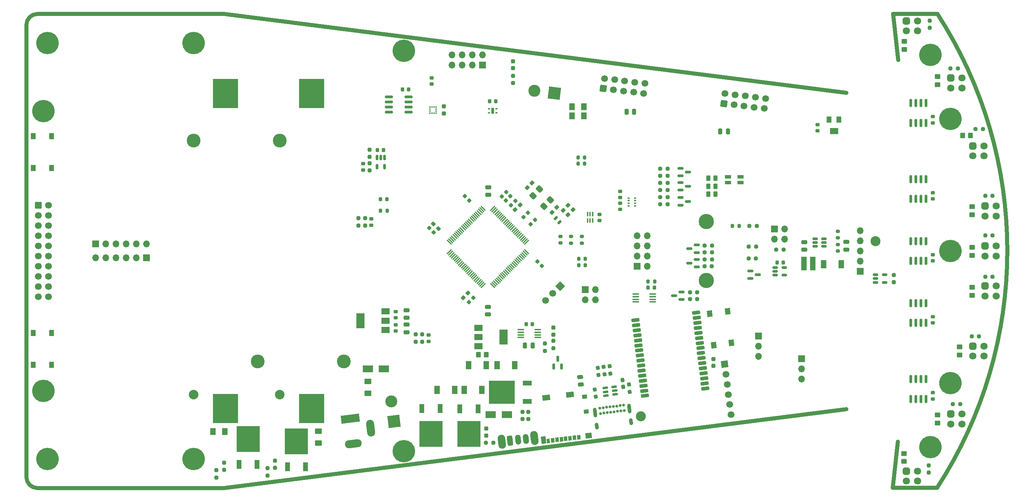
<source format=gbr>
%TF.GenerationSoftware,KiCad,Pcbnew,(6.0.2)*%
%TF.CreationDate,2022-08-16T13:23:33+02:00*%
%TF.ProjectId,BeamRider_MainBoard_v1,4265616d-5269-4646-9572-5f4d61696e42,rev?*%
%TF.SameCoordinates,Original*%
%TF.FileFunction,Soldermask,Top*%
%TF.FilePolarity,Negative*%
%FSLAX46Y46*%
G04 Gerber Fmt 4.6, Leading zero omitted, Abs format (unit mm)*
G04 Created by KiCad (PCBNEW (6.0.2)) date 2022-08-16 13:23:33*
%MOMM*%
%LPD*%
G01*
G04 APERTURE LIST*
G04 Aperture macros list*
%AMRoundRect*
0 Rectangle with rounded corners*
0 $1 Rounding radius*
0 $2 $3 $4 $5 $6 $7 $8 $9 X,Y pos of 4 corners*
0 Add a 4 corners polygon primitive as box body*
4,1,4,$2,$3,$4,$5,$6,$7,$8,$9,$2,$3,0*
0 Add four circle primitives for the rounded corners*
1,1,$1+$1,$2,$3*
1,1,$1+$1,$4,$5*
1,1,$1+$1,$6,$7*
1,1,$1+$1,$8,$9*
0 Add four rect primitives between the rounded corners*
20,1,$1+$1,$2,$3,$4,$5,0*
20,1,$1+$1,$4,$5,$6,$7,0*
20,1,$1+$1,$6,$7,$8,$9,0*
20,1,$1+$1,$8,$9,$2,$3,0*%
%AMHorizOval*
0 Thick line with rounded ends*
0 $1 width*
0 $2 $3 position (X,Y) of the first rounded end (center of the circle)*
0 $4 $5 position (X,Y) of the second rounded end (center of the circle)*
0 Add line between two ends*
20,1,$1,$2,$3,$4,$5,0*
0 Add two circle primitives to create the rounded ends*
1,1,$1,$2,$3*
1,1,$1,$4,$5*%
%AMRotRect*
0 Rectangle, with rotation*
0 The origin of the aperture is its center*
0 $1 length*
0 $2 width*
0 $3 Rotation angle, in degrees counterclockwise*
0 Add horizontal line*
21,1,$1,$2,0,0,$3*%
G04 Aperture macros list end*
%ADD10C,1.000000*%
%ADD11RoundRect,0.450000X-0.450000X-0.450000X0.450000X-0.450000X0.450000X0.450000X-0.450000X0.450000X0*%
%ADD12C,1.800000*%
%ADD13RoundRect,0.237500X-0.250000X-0.237500X0.250000X-0.237500X0.250000X0.237500X-0.250000X0.237500X0*%
%ADD14RoundRect,0.225000X0.017678X-0.335876X0.335876X-0.017678X-0.017678X0.335876X-0.335876X0.017678X0*%
%ADD15RoundRect,0.237500X-0.237500X0.250000X-0.237500X-0.250000X0.237500X-0.250000X0.237500X0.250000X0*%
%ADD16R,2.500000X1.800000*%
%ADD17RoundRect,0.250000X0.475000X-0.250000X0.475000X0.250000X-0.475000X0.250000X-0.475000X-0.250000X0*%
%ADD18R,1.400000X2.100000*%
%ADD19RoundRect,0.250000X0.250000X0.475000X-0.250000X0.475000X-0.250000X-0.475000X0.250000X-0.475000X0*%
%ADD20RoundRect,0.200000X0.200000X0.275000X-0.200000X0.275000X-0.200000X-0.275000X0.200000X-0.275000X0*%
%ADD21RoundRect,0.250000X-0.475000X0.250000X-0.475000X-0.250000X0.475000X-0.250000X0.475000X0.250000X0*%
%ADD22RoundRect,0.150000X0.587500X0.150000X-0.587500X0.150000X-0.587500X-0.150000X0.587500X-0.150000X0*%
%ADD23RoundRect,0.150000X-0.150000X0.825000X-0.150000X-0.825000X0.150000X-0.825000X0.150000X0.825000X0*%
%ADD24RoundRect,0.200000X-0.200000X-0.275000X0.200000X-0.275000X0.200000X0.275000X-0.200000X0.275000X0*%
%ADD25RoundRect,0.237500X-0.237500X0.287500X-0.237500X-0.287500X0.237500X-0.287500X0.237500X0.287500X0*%
%ADD26RoundRect,0.250000X-0.350000X-0.450000X0.350000X-0.450000X0.350000X0.450000X-0.350000X0.450000X0*%
%ADD27R,1.200000X2.200000*%
%ADD28R,5.800000X6.400000*%
%ADD29HorizOval,1.900000X-0.097495X0.794037X0.097495X-0.794037X0*%
%ADD30RoundRect,0.350000X-0.237709X-0.935946X0.457074X-0.850637X0.237709X0.935946X-0.457074X0.850637X0*%
%ADD31HorizOval,1.400000X-0.067028X0.545900X0.067028X-0.545900X0*%
%ADD32RoundRect,0.100000X-0.712500X-0.100000X0.712500X-0.100000X0.712500X0.100000X-0.712500X0.100000X0*%
%ADD33RoundRect,0.250000X0.450000X-0.350000X0.450000X0.350000X-0.450000X0.350000X-0.450000X-0.350000X0*%
%ADD34RoundRect,0.237500X0.044194X0.380070X-0.380070X-0.044194X-0.044194X-0.380070X0.380070X0.044194X0*%
%ADD35RoundRect,0.237500X-0.272291X0.268820X-0.199169X-0.326708X0.272291X-0.268820X0.199169X0.326708X0*%
%ADD36RoundRect,0.250001X-0.624999X0.462499X-0.624999X-0.462499X0.624999X-0.462499X0.624999X0.462499X0*%
%ADD37RoundRect,0.087500X-0.187500X-0.087500X0.187500X-0.087500X0.187500X0.087500X-0.187500X0.087500X0*%
%ADD38RoundRect,0.175000X-0.175000X-0.625000X0.175000X-0.625000X0.175000X0.625000X-0.175000X0.625000X0*%
%ADD39RoundRect,0.225000X0.225000X0.250000X-0.225000X0.250000X-0.225000X-0.250000X0.225000X-0.250000X0*%
%ADD40RoundRect,0.250000X-0.250000X-0.475000X0.250000X-0.475000X0.250000X0.475000X-0.250000X0.475000X0*%
%ADD41RoundRect,0.237500X0.266197X-0.219193X0.205262X0.277081X-0.266197X0.219193X-0.205262X-0.277081X0*%
%ADD42RoundRect,0.250000X-0.450000X0.350000X-0.450000X-0.350000X0.450000X-0.350000X0.450000X0.350000X0*%
%ADD43RoundRect,0.200000X-0.275000X0.200000X-0.275000X-0.200000X0.275000X-0.200000X0.275000X0.200000X0*%
%ADD44RoundRect,0.250000X-0.262500X-0.450000X0.262500X-0.450000X0.262500X0.450000X-0.262500X0.450000X0*%
%ADD45RoundRect,0.237500X-0.237500X0.300000X-0.237500X-0.300000X0.237500X-0.300000X0.237500X0.300000X0*%
%ADD46RoundRect,0.225000X-0.250000X0.225000X-0.250000X-0.225000X0.250000X-0.225000X0.250000X0.225000X0*%
%ADD47RoundRect,0.200000X0.275000X-0.200000X0.275000X0.200000X-0.275000X0.200000X-0.275000X-0.200000X0*%
%ADD48RoundRect,0.250001X0.462499X0.624999X-0.462499X0.624999X-0.462499X-0.624999X0.462499X-0.624999X0*%
%ADD49RoundRect,0.250000X0.522406X-0.668649X0.668649X0.522406X-0.522406X0.668649X-0.668649X-0.522406X0*%
%ADD50C,1.700000*%
%ADD51R,1.700000X1.700000*%
%ADD52O,1.700000X1.700000*%
%ADD53RoundRect,0.350000X0.565685X-0.070711X-0.070711X0.565685X-0.565685X0.070711X0.070711X-0.565685X0*%
%ADD54RoundRect,0.237500X0.250000X0.237500X-0.250000X0.237500X-0.250000X-0.237500X0.250000X-0.237500X0*%
%ADD55RoundRect,0.237500X0.237500X-0.300000X0.237500X0.300000X-0.237500X0.300000X-0.237500X-0.300000X0*%
%ADD56RoundRect,0.237500X0.237500X-0.250000X0.237500X0.250000X-0.237500X0.250000X-0.237500X-0.250000X0*%
%ADD57C,5.600000*%
%ADD58RoundRect,0.225000X0.250000X-0.225000X0.250000X0.225000X-0.250000X0.225000X-0.250000X-0.225000X0*%
%ADD59R,1.300000X1.550000*%
%ADD60RoundRect,0.150000X-0.512500X-0.150000X0.512500X-0.150000X0.512500X0.150000X-0.512500X0.150000X0*%
%ADD61RoundRect,0.237500X-0.044194X-0.380070X0.380070X0.044194X0.044194X0.380070X-0.380070X-0.044194X0*%
%ADD62R,1.300000X1.600000*%
%ADD63R,2.000000X1.600000*%
%ADD64RotRect,3.000000X3.000000X173.000000*%
%ADD65C,3.000000*%
%ADD66RotRect,3.000000X3.000000X97.000000*%
%ADD67RoundRect,0.237500X-0.380070X0.044194X0.044194X-0.380070X0.380070X-0.044194X-0.044194X0.380070X0*%
%ADD68R,2.000000X1.500000*%
%ADD69R,2.000000X3.800000*%
%ADD70RoundRect,0.250000X-0.600000X-0.600000X0.600000X-0.600000X0.600000X0.600000X-0.600000X0.600000X0*%
%ADD71C,0.700000*%
%ADD72HorizOval,0.900000X-0.091402X0.744410X0.091402X-0.744410X0*%
%ADD73HorizOval,0.900000X-0.048748X0.397018X0.048748X-0.397018X0*%
%ADD74RotRect,0.850000X1.100000X187.000000*%
%ADD75RotRect,0.750000X1.100000X187.000000*%
%ADD76RotRect,1.200000X1.000000X187.000000*%
%ADD77RotRect,1.170000X1.800000X187.000000*%
%ADD78RotRect,1.900000X1.350000X187.000000*%
%ADD79RotRect,1.550000X1.350000X187.000000*%
%ADD80RotRect,1.700000X1.700000X7.000000*%
%ADD81HorizOval,1.700000X0.000000X0.000000X0.000000X0.000000X0*%
%ADD82R,0.500000X0.350000*%
%ADD83RoundRect,0.225000X-0.335876X-0.017678X-0.017678X-0.335876X0.335876X0.017678X0.017678X0.335876X0*%
%ADD84RotRect,1.700000X1.700000X315.000000*%
%ADD85HorizOval,1.700000X0.000000X0.000000X0.000000X0.000000X0*%
%ADD86R,1.350000X3.400000*%
%ADD87C,3.800000*%
%ADD88RoundRect,0.150000X-0.388909X-0.176777X-0.176777X-0.388909X0.388909X0.176777X0.176777X0.388909X0*%
%ADD89RoundRect,0.225000X-0.225000X-0.250000X0.225000X-0.250000X0.225000X0.250000X-0.225000X0.250000X0*%
%ADD90RoundRect,0.225000X-0.017678X0.335876X-0.335876X0.017678X0.017678X-0.335876X0.335876X-0.017678X0*%
%ADD91RoundRect,0.150000X-0.150000X0.512500X-0.150000X-0.512500X0.150000X-0.512500X0.150000X0.512500X0*%
%ADD92RoundRect,0.225000X0.741803X0.317772X-0.796644X0.128874X-0.741803X-0.317772X0.796644X-0.128874X0*%
%ADD93RoundRect,0.225000X0.335876X0.017678X0.017678X0.335876X-0.335876X-0.017678X-0.017678X-0.335876X0*%
%ADD94C,3.450000*%
%ADD95C,2.390000*%
%ADD96R,6.350000X7.340000*%
%ADD97C,2.500000*%
%ADD98RoundRect,0.150000X-0.490400X-0.211340X0.526960X-0.086424X0.490400X0.211340X-0.526960X0.086424X0*%
%ADD99RoundRect,0.150000X-0.587500X-0.150000X0.587500X-0.150000X0.587500X0.150000X-0.587500X0.150000X0*%
%ADD100RoundRect,0.237500X-0.266197X0.219193X-0.205262X-0.277081X0.266197X-0.219193X0.205262X0.277081X0*%
%ADD101R,0.375000X0.350000*%
%ADD102R,0.350000X0.375000*%
%ADD103RoundRect,0.250001X-0.462499X-0.624999X0.462499X-0.624999X0.462499X0.624999X-0.462499X0.624999X0*%
%ADD104RoundRect,0.150000X0.150000X-0.587500X0.150000X0.587500X-0.150000X0.587500X-0.150000X-0.587500X0*%
%ADD105RoundRect,0.250000X-0.501927X0.190249X-0.440992X-0.306024X0.501927X-0.190249X0.440992X0.306024X0*%
%ADD106RoundRect,0.150000X0.512500X0.150000X-0.512500X0.150000X-0.512500X-0.150000X0.512500X-0.150000X0*%
%ADD107RoundRect,0.075000X0.075000X-0.512500X0.075000X0.512500X-0.075000X0.512500X-0.075000X-0.512500X0*%
%ADD108R,2.200000X1.200000*%
%ADD109R,6.400000X5.800000*%
%ADD110RotRect,4.600000X2.000000X7.000000*%
%ADD111HorizOval,2.000000X1.091801X0.134056X-1.091801X-0.134056X0*%
%ADD112HorizOval,2.000000X-0.134056X1.091801X0.134056X-1.091801X0*%
%ADD113RoundRect,0.075000X0.459619X0.565685X-0.565685X-0.459619X-0.459619X-0.565685X0.565685X0.459619X0*%
%ADD114RoundRect,0.075000X-0.459619X0.565685X-0.565685X0.459619X0.459619X-0.565685X0.565685X-0.459619X0*%
%ADD115RotRect,1.550000X1.300000X97.000000*%
%ADD116RoundRect,0.150000X-0.825000X-0.150000X0.825000X-0.150000X0.825000X0.150000X-0.825000X0.150000X0*%
%ADD117R,1.500000X0.900000*%
G04 APERTURE END LIST*
D10*
X71500000Y-141750000D02*
X227000000Y-122000000D01*
X71500000Y-23250000D02*
X25000000Y-23250000D01*
X22250000Y-26000000D02*
X22250000Y-139000000D01*
X249744087Y-23239346D02*
X238705217Y-23239965D01*
X249655925Y-141691642D02*
X238617055Y-141692261D01*
X249655925Y-141691642D02*
G75*
G03*
X249749646Y-23248233I-91495962J59294140D01*
G01*
X239983391Y-34725336D02*
X238700800Y-23231308D01*
X71500000Y-23250000D02*
X227000000Y-43000000D01*
X25000000Y-23250000D02*
G75*
G03*
X22250000Y-26000000I2J-2750002D01*
G01*
X238617409Y-141694028D02*
X239900000Y-130200000D01*
X22250000Y-139000000D02*
G75*
G03*
X25000000Y-141750000I2750002J2D01*
G01*
X71500000Y-141750000D02*
X25000000Y-141750000D01*
D11*
%TO.C,U4*%
X258600000Y-106250000D03*
D12*
X258600000Y-108750000D03*
X261400000Y-108750000D03*
X261400000Y-106250000D03*
%TD*%
D13*
%TO.C,R90*%
X252987500Y-36900000D03*
X254812500Y-36900000D03*
%TD*%
D14*
%TO.C,C57*%
X143251992Y-71048008D03*
X144348008Y-69951992D03*
%TD*%
D15*
%TO.C,R20*%
X107910000Y-57145000D03*
X107910000Y-58970000D03*
%TD*%
D16*
%TO.C,D5*%
X107500000Y-112000000D03*
X111500000Y-112000000D03*
%TD*%
D17*
%TO.C,C34*%
X227000000Y-82150000D03*
X227000000Y-80250000D03*
%TD*%
D13*
%TO.C,R96*%
X202587500Y-84400000D03*
X204412500Y-84400000D03*
%TD*%
D11*
%TO.C,U5*%
X258600000Y-56250000D03*
D12*
X258600000Y-58750000D03*
X261400000Y-58750000D03*
X261400000Y-56250000D03*
%TD*%
D15*
%TO.C,R120*%
X143760000Y-38695000D03*
X143760000Y-40520000D03*
%TD*%
D18*
%TO.C,D9*%
X131600000Y-117200000D03*
X136000000Y-117200000D03*
%TD*%
D19*
%TO.C,C64*%
X174000000Y-47700000D03*
X172100000Y-47700000D03*
%TD*%
D20*
%TO.C,R1*%
X179125000Y-90100000D03*
X177475000Y-90100000D03*
%TD*%
D21*
%TO.C,C32*%
X216500000Y-80300000D03*
X216500000Y-82200000D03*
%TD*%
D22*
%TO.C,Q11*%
X189637500Y-86500000D03*
X189637500Y-84600000D03*
X187762500Y-85550000D03*
%TD*%
D18*
%TO.C,D8*%
X137050000Y-111050000D03*
X132650000Y-111050000D03*
%TD*%
D13*
%TO.C,R80*%
X261687500Y-88900000D03*
X263512500Y-88900000D03*
%TD*%
D23*
%TO.C,U19*%
X246905000Y-64525000D03*
X245635000Y-64525000D03*
X244365000Y-64525000D03*
X243095000Y-64525000D03*
X243095000Y-69475000D03*
X244365000Y-69475000D03*
X245635000Y-69475000D03*
X246905000Y-69475000D03*
%TD*%
D24*
%TO.C,R107*%
X159975000Y-59100000D03*
X161625000Y-59100000D03*
%TD*%
D22*
%TO.C,Q10*%
X185837500Y-94650000D03*
X185837500Y-92750000D03*
X183962500Y-93700000D03*
%TD*%
D25*
%TO.C,D6*%
X153800000Y-101675000D03*
X153800000Y-103425000D03*
%TD*%
D23*
%TO.C,U16*%
X246905000Y-80025000D03*
X245635000Y-80025000D03*
X244365000Y-80025000D03*
X243095000Y-80025000D03*
X243095000Y-84975000D03*
X244365000Y-84975000D03*
X245635000Y-84975000D03*
X246905000Y-84975000D03*
%TD*%
D26*
%TO.C,R85*%
X256000000Y-53600000D03*
X258000000Y-53600000D03*
%TD*%
D27*
%TO.C,Q3*%
X125580000Y-121900000D03*
D28*
X123300000Y-128200000D03*
D27*
X121020000Y-121900000D03*
%TD*%
D29*
%TO.C,SW2*%
X149069440Y-129200336D03*
X140930561Y-130199665D03*
D30*
X143014908Y-129943739D03*
D31*
X145000000Y-129700000D03*
X146985093Y-129456262D03*
%TD*%
D13*
%TO.C,R82*%
X261687500Y-68700000D03*
X263512500Y-68700000D03*
%TD*%
D27*
%TO.C,Q1*%
X87420000Y-136400000D03*
D28*
X89700000Y-130100000D03*
D27*
X91980000Y-136400000D03*
%TD*%
D15*
%TO.C,R2*%
X84300000Y-134887500D03*
X84300000Y-136712500D03*
%TD*%
D32*
%TO.C,U13*%
X145687500Y-102175000D03*
X145687500Y-102825000D03*
X145687500Y-103475000D03*
X145687500Y-104125000D03*
X149912500Y-104125000D03*
X149912500Y-103475000D03*
X149912500Y-102825000D03*
X149912500Y-102175000D03*
%TD*%
D23*
%TO.C,U17*%
X246905000Y-95525000D03*
X245635000Y-95525000D03*
X244365000Y-95525000D03*
X243095000Y-95525000D03*
X243095000Y-100475000D03*
X244365000Y-100475000D03*
X245635000Y-100475000D03*
X246905000Y-100475000D03*
%TD*%
D15*
%TO.C,R19*%
X147600000Y-122675000D03*
X147600000Y-124500000D03*
%TD*%
D33*
%TO.C,R89*%
X249800000Y-40900000D03*
X249800000Y-38900000D03*
%TD*%
D34*
%TO.C,C17*%
X148509880Y-65490120D03*
X147290120Y-66709880D03*
%TD*%
D21*
%TO.C,C61*%
X137500000Y-96450000D03*
X137500000Y-98350000D03*
%TD*%
D35*
%TO.C,C12*%
X171094888Y-114743929D03*
X171305112Y-116456071D03*
%TD*%
D36*
%TO.C,F3*%
X107500000Y-115112500D03*
X107500000Y-118087500D03*
%TD*%
D13*
%TO.C,R95*%
X202637500Y-81400000D03*
X204462500Y-81400000D03*
%TD*%
D37*
%TO.C,U24*%
X137775000Y-46950000D03*
X137775000Y-47950000D03*
X139625000Y-47950000D03*
X139625000Y-46950000D03*
D38*
X138700000Y-47450000D03*
%TD*%
D39*
%TO.C,C36*%
X139475000Y-45100000D03*
X137925000Y-45100000D03*
%TD*%
D20*
%TO.C,R104*%
X200225000Y-76250000D03*
X198575000Y-76250000D03*
%TD*%
D40*
%TO.C,C10*%
X146750000Y-106150000D03*
X148650000Y-106150000D03*
%TD*%
D41*
%TO.C,R25*%
X166606971Y-113289177D03*
X166384559Y-111477781D03*
%TD*%
D42*
%TO.C,R91*%
X241400000Y-133100000D03*
X241400000Y-135100000D03*
%TD*%
D43*
%TO.C,R98*%
X158250000Y-78875000D03*
X158250000Y-80525000D03*
%TD*%
D15*
%TO.C,R4*%
X82500000Y-136787500D03*
X82500000Y-138612500D03*
%TD*%
D11*
%TO.C,U6*%
X253100000Y-123250000D03*
D12*
X253100000Y-125750000D03*
X255900000Y-125750000D03*
X255900000Y-123250000D03*
%TD*%
D44*
%TO.C,R69*%
X192487500Y-68300000D03*
X194312500Y-68300000D03*
%TD*%
D45*
%TO.C,C63*%
X193800000Y-109500000D03*
X193800000Y-111225000D03*
%TD*%
D33*
%TO.C,R77*%
X258400000Y-83600000D03*
X258400000Y-81600000D03*
%TD*%
D46*
%TO.C,C38*%
X170500000Y-67575000D03*
X170500000Y-69125000D03*
%TD*%
D47*
%TO.C,R106*%
X224900000Y-79225000D03*
X224900000Y-77575000D03*
%TD*%
D48*
%TO.C,F4*%
X161437500Y-46400000D03*
X158462500Y-46400000D03*
%TD*%
D14*
%TO.C,C59*%
X148151992Y-75848008D03*
X149248008Y-74751992D03*
%TD*%
D49*
%TO.C,J12*%
X196403092Y-45641437D03*
D50*
X196712640Y-43120370D03*
X198924159Y-45950985D03*
X199233707Y-43429918D03*
X201445226Y-46260533D03*
X201754775Y-43739466D03*
X203966294Y-46570081D03*
X204275842Y-44049014D03*
X206487361Y-46879630D03*
X206796909Y-44358562D03*
%TD*%
D51*
%TO.C,J16*%
X52200000Y-84200000D03*
D52*
X49660000Y-84200000D03*
X47120000Y-84200000D03*
X44580000Y-84200000D03*
X42040000Y-84200000D03*
X39500000Y-84200000D03*
%TD*%
D13*
%TO.C,R70*%
X180537500Y-69060000D03*
X182362500Y-69060000D03*
%TD*%
D11*
%TO.C,U9*%
X242000000Y-25000000D03*
D12*
X242000000Y-27500000D03*
X244800000Y-27500000D03*
X244800000Y-25000000D03*
%TD*%
D20*
%TO.C,R101*%
X161825000Y-84450000D03*
X160175000Y-84450000D03*
%TD*%
D13*
%TO.C,R99*%
X209487500Y-82200000D03*
X211312500Y-82200000D03*
%TD*%
D53*
%TO.C,Y1*%
X148743325Y-68669670D03*
X151430331Y-71356676D03*
X153056676Y-69730330D03*
X150369671Y-67043324D03*
%TD*%
D16*
%TO.C,D11*%
X142200000Y-123400000D03*
X138200000Y-123400000D03*
%TD*%
D54*
%TO.C,R62*%
X193462500Y-82800000D03*
X191637500Y-82800000D03*
%TD*%
D55*
%TO.C,C39*%
X126450000Y-48112500D03*
X126450000Y-46387500D03*
%TD*%
D56*
%TO.C,R15*%
X151700000Y-107462500D03*
X151700000Y-105637500D03*
%TD*%
D57*
%TO.C,H7*%
X64000000Y-134500000D03*
%TD*%
D11*
%TO.C,U8*%
X242000000Y-137500000D03*
D12*
X242000000Y-140000000D03*
X244800000Y-140000000D03*
X244800000Y-137500000D03*
%TD*%
D39*
%TO.C,C9*%
X148625000Y-100750000D03*
X147075000Y-100750000D03*
%TD*%
D57*
%TO.C,H2*%
X64000000Y-30500000D03*
%TD*%
D56*
%TO.C,R76*%
X238800000Y-90312500D03*
X238800000Y-88487500D03*
%TD*%
D58*
%TO.C,C29*%
X248600000Y-50475000D03*
X248600000Y-48925000D03*
%TD*%
D59*
%TO.C,SW3*%
X28500000Y-103025000D03*
X28500000Y-110975000D03*
X24000000Y-110975000D03*
X24000000Y-103025000D03*
%TD*%
D57*
%TO.C,H8*%
X27500000Y-134500000D03*
%TD*%
D13*
%TO.C,R66*%
X180537500Y-67270000D03*
X182362500Y-67270000D03*
%TD*%
D33*
%TO.C,R81*%
X258400000Y-73400000D03*
X258400000Y-71400000D03*
%TD*%
D44*
%TO.C,R67*%
X192487500Y-64300000D03*
X194312500Y-64300000D03*
%TD*%
D60*
%TO.C,U21*%
X209212500Y-86650000D03*
X209212500Y-87600000D03*
X209212500Y-88550000D03*
X211487500Y-88550000D03*
X211487500Y-86650000D03*
%TD*%
D51*
%TO.C,J18*%
X205100000Y-103725000D03*
D52*
X205100000Y-106265000D03*
X205100000Y-108805000D03*
%TD*%
D57*
%TO.C,H12*%
X253000000Y-82500000D03*
%TD*%
D24*
%TO.C,R119*%
X110625000Y-69550000D03*
X112275000Y-69550000D03*
%TD*%
D61*
%TO.C,C23*%
X156290120Y-72309880D03*
X157509880Y-71090120D03*
%TD*%
D62*
%TO.C,RV1*%
X225150000Y-49650000D03*
D63*
X223900000Y-52550000D03*
D62*
X222650000Y-49650000D03*
%TD*%
D18*
%TO.C,D10*%
X139750000Y-111050000D03*
X144150000Y-111050000D03*
%TD*%
D61*
%TO.C,C1*%
X144290120Y-72209880D03*
X145509880Y-70990120D03*
%TD*%
D58*
%TO.C,C28*%
X248600000Y-69475000D03*
X248600000Y-67925000D03*
%TD*%
D61*
%TO.C,C22*%
X157490120Y-73409880D03*
X158709880Y-72190120D03*
%TD*%
D54*
%TO.C,R59*%
X193462500Y-81150000D03*
X191637500Y-81150000D03*
%TD*%
D64*
%TO.C,J2*%
X154121068Y-43059548D03*
D65*
X149078934Y-42440452D03*
%TD*%
D22*
%TO.C,Q12*%
X189637500Y-82900000D03*
X189637500Y-81000000D03*
X187762500Y-81950000D03*
%TD*%
D66*
%TO.C,J3*%
X114009548Y-125121068D03*
D65*
X113390452Y-120078934D03*
%TD*%
D11*
%TO.C,U1*%
X261600000Y-81250000D03*
D12*
X261600000Y-83750000D03*
X264400000Y-83750000D03*
X264400000Y-81250000D03*
%TD*%
D15*
%TO.C,R17*%
X146100000Y-122675000D03*
X146100000Y-124500000D03*
%TD*%
D67*
%TO.C,C18*%
X123890120Y-75690120D03*
X125109880Y-76909880D03*
%TD*%
D58*
%TO.C,C27*%
X248600000Y-119475000D03*
X248600000Y-117925000D03*
%TD*%
D13*
%TO.C,R86*%
X259287500Y-52000000D03*
X261112500Y-52000000D03*
%TD*%
D51*
%TO.C,J17*%
X215850000Y-109425000D03*
D52*
X215850000Y-111965000D03*
X215850000Y-114505000D03*
%TD*%
D13*
%TO.C,R78*%
X261687500Y-78600000D03*
X263512500Y-78600000D03*
%TD*%
D68*
%TO.C,U12*%
X111950000Y-102200000D03*
X111950000Y-99900000D03*
X111950000Y-97600000D03*
D69*
X105650000Y-99900000D03*
%TD*%
D58*
%TO.C,C35*%
X165350000Y-74875000D03*
X165350000Y-73325000D03*
%TD*%
D70*
%TO.C,J11*%
X25247500Y-71070000D03*
D50*
X27787500Y-71070000D03*
X25247500Y-73610000D03*
X27787500Y-73610000D03*
X25247500Y-76150000D03*
X27787500Y-76150000D03*
X25247500Y-78690000D03*
X27787500Y-78690000D03*
X25247500Y-81230000D03*
X27787500Y-81230000D03*
X25247500Y-83770000D03*
X27787500Y-83770000D03*
X25247500Y-86310000D03*
X27787500Y-86310000D03*
X25247500Y-88850000D03*
X27787500Y-88850000D03*
X25247500Y-91390000D03*
X27787500Y-91390000D03*
X25247500Y-93930000D03*
X27787500Y-93930000D03*
%TD*%
D71*
%TO.C,J4*%
X165456652Y-121767563D03*
X166300316Y-121663974D03*
X167143980Y-121560385D03*
X167987645Y-121456796D03*
X168831309Y-121353207D03*
X169674973Y-121249618D03*
X170518637Y-121146029D03*
X171362302Y-121042440D03*
X171526825Y-122382378D03*
X170683161Y-122485967D03*
X169839497Y-122589556D03*
X168995833Y-122693145D03*
X168152168Y-122796733D03*
X167308504Y-122900322D03*
X166464840Y-123003911D03*
X165621176Y-123107500D03*
D72*
X172821671Y-121850612D03*
X164236147Y-122904782D03*
D73*
X164648065Y-126259588D03*
X173233589Y-125205418D03*
%TD*%
D74*
%TO.C,J7*%
X160196044Y-129030972D03*
X159104243Y-129165028D03*
X158012442Y-129299085D03*
X156920641Y-129433141D03*
X155828841Y-129567197D03*
X154737040Y-129701254D03*
X153645239Y-129835310D03*
D75*
X152603066Y-129963273D03*
D76*
X162061906Y-122605688D03*
X161610990Y-118933267D03*
D77*
X151359431Y-129763343D03*
D78*
X152092755Y-119119637D03*
X158018256Y-118392077D03*
D79*
X162622474Y-128607105D03*
%TD*%
D58*
%TO.C,C6*%
X114500000Y-102475000D03*
X114500000Y-100925000D03*
%TD*%
D80*
%TO.C,J14*%
X196626130Y-110797332D03*
D81*
X196935678Y-113318399D03*
X197245226Y-115839466D03*
X197554774Y-118360534D03*
X197864323Y-120881601D03*
X198173871Y-123402668D03*
%TD*%
D82*
%TO.C,U25*%
X174250000Y-69275000D03*
X174250000Y-69925000D03*
X174250000Y-70575000D03*
X174250000Y-71225000D03*
X172650000Y-71225000D03*
X172650000Y-70575000D03*
X172650000Y-69925000D03*
X172650000Y-69275000D03*
%TD*%
D51*
%TO.C,J6*%
X209025000Y-76975000D03*
D52*
X211565000Y-76975000D03*
X209025000Y-79515000D03*
X211565000Y-79515000D03*
%TD*%
D83*
%TO.C,C21*%
X149851992Y-85151992D03*
X150948008Y-86248008D03*
%TD*%
D33*
%TO.C,R93*%
X241500000Y-32100000D03*
X241500000Y-30100000D03*
%TD*%
D68*
%TO.C,Q6*%
X135100000Y-101700000D03*
X135100000Y-104000000D03*
D69*
X141400000Y-104000000D03*
D68*
X135100000Y-106300000D03*
%TD*%
D13*
%TO.C,R71*%
X180537500Y-70850000D03*
X182362500Y-70850000D03*
%TD*%
D43*
%TO.C,R100*%
X155600000Y-78825000D03*
X155600000Y-80475000D03*
%TD*%
D20*
%TO.C,R102*%
X161825000Y-86050000D03*
X160175000Y-86050000D03*
%TD*%
D84*
%TO.C,J5*%
X155496051Y-91303949D03*
D85*
X153700000Y-93100000D03*
X151903949Y-94896051D03*
%TD*%
D86*
%TO.C,L1*%
X216425000Y-85600000D03*
X218575000Y-85600000D03*
%TD*%
D57*
%TO.C,H14*%
X248000000Y-33500000D03*
%TD*%
D87*
%TO.C,H6*%
X192000000Y-89866000D03*
%TD*%
D49*
%TO.C,J13*%
X166303092Y-41891437D03*
D50*
X166612640Y-39370370D03*
X168824159Y-42200985D03*
X169133707Y-39679918D03*
X171345226Y-42510533D03*
X171654775Y-39989466D03*
X173866294Y-42820081D03*
X174175842Y-40299014D03*
X176387361Y-43129630D03*
X176696909Y-40608562D03*
%TD*%
D54*
%TO.C,R58*%
X193462500Y-84650000D03*
X191637500Y-84650000D03*
%TD*%
D27*
%TO.C,Q2*%
X75320000Y-135800000D03*
D28*
X77600000Y-129500000D03*
D27*
X79880000Y-135800000D03*
%TD*%
D88*
%TO.C,Y2*%
X155394975Y-75294975D03*
X154405026Y-74305026D03*
%TD*%
D11*
%TO.C,U2*%
X261600000Y-91250000D03*
D12*
X261600000Y-93750000D03*
X264400000Y-93750000D03*
X264400000Y-91250000D03*
%TD*%
D61*
%TO.C,C19*%
X131290120Y-94209880D03*
X132509880Y-92990120D03*
%TD*%
D51*
%TO.C,J19*%
X174710000Y-86300000D03*
D52*
X177250000Y-86300000D03*
X174710000Y-83760000D03*
X177250000Y-83760000D03*
X174710000Y-81220000D03*
X177250000Y-81220000D03*
X174710000Y-78680000D03*
X177250000Y-78680000D03*
%TD*%
D58*
%TO.C,C37*%
X170500000Y-72125000D03*
X170500000Y-70575000D03*
%TD*%
D89*
%TO.C,C2*%
X116175000Y-42150000D03*
X117725000Y-42150000D03*
%TD*%
D48*
%TO.C,F5*%
X161437500Y-48750000D03*
X158462500Y-48750000D03*
%TD*%
D15*
%TO.C,R5*%
X69700000Y-137287500D03*
X69700000Y-139112500D03*
%TD*%
D51*
%TO.C,J9*%
X136100000Y-36040000D03*
D52*
X136100000Y-33500000D03*
X133560000Y-36040000D03*
X133560000Y-33500000D03*
X131020000Y-36040000D03*
X131020000Y-33500000D03*
X128480000Y-36040000D03*
X128480000Y-33500000D03*
%TD*%
D57*
%TO.C,H13*%
X253000000Y-115500000D03*
%TD*%
D17*
%TO.C,C5*%
X117200000Y-102800000D03*
X117200000Y-100900000D03*
%TD*%
D13*
%TO.C,R63*%
X180537500Y-61900000D03*
X182362500Y-61900000D03*
%TD*%
D11*
%TO.C,U7*%
X253100000Y-39250000D03*
D12*
X253100000Y-41750000D03*
X255900000Y-41750000D03*
X255900000Y-39250000D03*
%TD*%
D46*
%TO.C,C11*%
X106360000Y-60682500D03*
X106360000Y-62232500D03*
%TD*%
D33*
%TO.C,R87*%
X249800000Y-125500000D03*
X249800000Y-123500000D03*
%TD*%
D13*
%TO.C,R84*%
X258287500Y-103800000D03*
X260112500Y-103800000D03*
%TD*%
D51*
%TO.C,J10*%
X161825000Y-92125000D03*
D52*
X164365000Y-92125000D03*
X161825000Y-94665000D03*
X164365000Y-94665000D03*
%TD*%
D90*
%TO.C,C53*%
X133848008Y-94151992D03*
X132751992Y-95248008D03*
%TD*%
D44*
%TO.C,R68*%
X192487500Y-66300000D03*
X194312500Y-66300000D03*
%TD*%
D24*
%TO.C,R118*%
X110675000Y-72450000D03*
X112325000Y-72450000D03*
%TD*%
D56*
%TO.C,R94*%
X247800000Y-26712500D03*
X247800000Y-24887500D03*
%TD*%
D46*
%TO.C,C33*%
X123400000Y-39225000D03*
X123400000Y-40775000D03*
%TD*%
D91*
%TO.C,U14*%
X111700000Y-59162500D03*
X110750000Y-59162500D03*
X109800000Y-59162500D03*
X109800000Y-61437500D03*
X111700000Y-61437500D03*
%TD*%
D46*
%TO.C,C14*%
X122650000Y-103525000D03*
X122650000Y-105075000D03*
%TD*%
D26*
%TO.C,R13*%
X135100000Y-108450000D03*
X137100000Y-108450000D03*
%TD*%
D92*
%TO.C,U31*%
X191791846Y-116834557D03*
X191637072Y-115574024D03*
X191482298Y-114313490D03*
X191327524Y-113052956D03*
X191172750Y-111792423D03*
X191017976Y-110531889D03*
X190863202Y-109271356D03*
X190708428Y-108010822D03*
X190553654Y-106750288D03*
X190398879Y-105489755D03*
X190244105Y-104229221D03*
X190089331Y-102968688D03*
X189934557Y-101708154D03*
X189779783Y-100447620D03*
X189625009Y-99187087D03*
X189470235Y-97926553D03*
X174343832Y-99783842D03*
X174498606Y-101044375D03*
X174653380Y-102304909D03*
X174808154Y-103565443D03*
X174962928Y-104825976D03*
X175117702Y-106086510D03*
X175272476Y-107347044D03*
X175427250Y-108607577D03*
X175582024Y-109868111D03*
X175736798Y-111128644D03*
X175891572Y-112389178D03*
X176046346Y-113649712D03*
X176201121Y-114910245D03*
X176355895Y-116170779D03*
X176510669Y-117431312D03*
X176665443Y-118691846D03*
%TD*%
D93*
%TO.C,C54*%
X123948008Y-77848008D03*
X122851992Y-76751992D03*
%TD*%
D94*
%TO.C,BT2*%
X80000000Y-110100000D03*
X64000000Y-54900000D03*
D95*
X64000000Y-118430000D03*
D96*
X72000000Y-121830000D03*
X72000000Y-43170000D03*
%TD*%
D46*
%TO.C,C7*%
X114500000Y-97625000D03*
X114500000Y-99175000D03*
%TD*%
D97*
%TO.C,TP1*%
X234250000Y-80050000D03*
%TD*%
D59*
%TO.C,SW4*%
X28500000Y-61725000D03*
X28500000Y-53775000D03*
X24000000Y-53775000D03*
X24000000Y-61725000D03*
%TD*%
D58*
%TO.C,C26*%
X248600000Y-100450000D03*
X248600000Y-98900000D03*
%TD*%
D57*
%TO.C,H9*%
X26500000Y-47500000D03*
%TD*%
D98*
%TO.C,D12*%
X166754470Y-116746976D03*
X166870246Y-117689894D03*
X166986022Y-118632813D03*
X169244064Y-118355560D03*
X169128288Y-117412642D03*
X169012512Y-116469723D03*
%TD*%
D25*
%TO.C,D24*%
X143750000Y-35050000D03*
X143750000Y-36800000D03*
%TD*%
D93*
%TO.C,C55*%
X132848008Y-69848008D03*
X131751992Y-68751992D03*
%TD*%
D99*
%TO.C,Q15*%
X185612500Y-69150000D03*
X185612500Y-71050000D03*
X187487500Y-70100000D03*
%TD*%
%TO.C,Q14*%
X185612500Y-65400000D03*
X185612500Y-67300000D03*
X187487500Y-66350000D03*
%TD*%
D100*
%TO.C,R23*%
X172688794Y-115894302D03*
X172911206Y-117705698D03*
%TD*%
D18*
%TO.C,D23*%
X225700000Y-85800000D03*
X221300000Y-85800000D03*
%TD*%
D101*
%TO.C,U26*%
X123037500Y-46500000D03*
X123037500Y-47000000D03*
X123037500Y-47500000D03*
X123037500Y-48000000D03*
D102*
X123550000Y-48012500D03*
X124050000Y-48012500D03*
D101*
X124562500Y-48000000D03*
X124562500Y-47500000D03*
X124562500Y-47000000D03*
X124562500Y-46500000D03*
D102*
X124050000Y-46487500D03*
X123550000Y-46487500D03*
%TD*%
D57*
%TO.C,H15*%
X253000000Y-49500000D03*
%TD*%
D61*
%TO.C,C16*%
X153490120Y-72809880D03*
X154709880Y-71590120D03*
%TD*%
D11*
%TO.C,U3*%
X261600000Y-71250000D03*
D12*
X261600000Y-73750000D03*
X264400000Y-73750000D03*
X264400000Y-71250000D03*
%TD*%
D57*
%TO.C,H5*%
X26500000Y-117500000D03*
%TD*%
D24*
%TO.C,R108*%
X159975000Y-60650000D03*
X161625000Y-60650000D03*
%TD*%
D43*
%TO.C,R97*%
X160950000Y-78875000D03*
X160950000Y-80525000D03*
%TD*%
D103*
%TO.C,F2*%
X68812500Y-127600000D03*
X71787500Y-127600000D03*
%TD*%
D56*
%TO.C,R73*%
X105150000Y-76112500D03*
X105150000Y-74287500D03*
%TD*%
D89*
%TO.C,C13*%
X109885000Y-57270000D03*
X111435000Y-57270000D03*
%TD*%
D15*
%TO.C,R92*%
X247600000Y-136087500D03*
X247600000Y-137912500D03*
%TD*%
D21*
%TO.C,C8*%
X117200000Y-97300000D03*
X117200000Y-99200000D03*
%TD*%
D14*
%TO.C,C56*%
X140951992Y-68848008D03*
X142048008Y-67751992D03*
%TD*%
D32*
%TO.C,U10*%
X174437500Y-93275000D03*
X174437500Y-93925000D03*
X174437500Y-94575000D03*
X174437500Y-95225000D03*
X178662500Y-95225000D03*
X178662500Y-94575000D03*
X178662500Y-93925000D03*
X178662500Y-93275000D03*
%TD*%
D13*
%TO.C,R65*%
X180537500Y-65480000D03*
X182362500Y-65480000D03*
%TD*%
D104*
%TO.C,Q5*%
X153950000Y-111337500D03*
X155850000Y-111337500D03*
X154900000Y-109462500D03*
%TD*%
D58*
%TO.C,C24*%
X219800000Y-52475000D03*
X219800000Y-50925000D03*
%TD*%
D15*
%TO.C,R3*%
X71600000Y-135387500D03*
X71600000Y-137212500D03*
%TD*%
D51*
%TO.C,J15*%
X39500000Y-80700000D03*
D52*
X42040000Y-80700000D03*
X44580000Y-80700000D03*
X47120000Y-80700000D03*
X49660000Y-80700000D03*
X52200000Y-80700000D03*
%TD*%
D105*
%TO.C,C62*%
X160484224Y-113957081D03*
X160715776Y-115842919D03*
%TD*%
D58*
%TO.C,C15*%
X108350000Y-76025000D03*
X108350000Y-74475000D03*
%TD*%
D33*
%TO.C,R79*%
X258400000Y-93600000D03*
X258400000Y-91600000D03*
%TD*%
D47*
%TO.C,R105*%
X224900000Y-82525000D03*
X224900000Y-80875000D03*
%TD*%
D15*
%TO.C,R75*%
X106850000Y-74287500D03*
X106850000Y-76112500D03*
%TD*%
D57*
%TO.C,H10*%
X116500000Y-132500000D03*
%TD*%
D13*
%TO.C,R88*%
X253587500Y-120800000D03*
X255412500Y-120800000D03*
%TD*%
D106*
%TO.C,U22*%
X221437500Y-81350000D03*
X221437500Y-80400000D03*
X221437500Y-79450000D03*
X219162500Y-79450000D03*
X219162500Y-80400000D03*
X219162500Y-81350000D03*
%TD*%
D33*
%TO.C,R83*%
X255300000Y-108500000D03*
X255300000Y-106500000D03*
%TD*%
D36*
%TO.C,F1*%
X95150000Y-127562500D03*
X95150000Y-130537500D03*
%TD*%
D107*
%TO.C,U23*%
X162350000Y-74887500D03*
X163000000Y-74887500D03*
X163650000Y-74887500D03*
X163650000Y-73312500D03*
X163000000Y-73312500D03*
X162350000Y-73312500D03*
%TD*%
D23*
%TO.C,U20*%
X246905000Y-45525000D03*
X245635000Y-45525000D03*
X244365000Y-45525000D03*
X243095000Y-45525000D03*
X243095000Y-50475000D03*
X244365000Y-50475000D03*
X245635000Y-50475000D03*
X246905000Y-50475000D03*
%TD*%
D13*
%TO.C,R64*%
X180537500Y-63690000D03*
X182362500Y-63690000D03*
%TD*%
D41*
%TO.C,R24*%
X168097314Y-113118780D03*
X167874902Y-111307384D03*
%TD*%
D54*
%TO.C,R8*%
X138812500Y-130400000D03*
X136987500Y-130400000D03*
%TD*%
D39*
%TO.C,C30*%
X211275000Y-85350000D03*
X209725000Y-85350000D03*
%TD*%
D15*
%TO.C,R21*%
X107910000Y-60545000D03*
X107910000Y-62370000D03*
%TD*%
D108*
%TO.C,Q9*%
X147300000Y-120080000D03*
D109*
X141000000Y-117800000D03*
D108*
X147300000Y-115520000D03*
%TD*%
D110*
%TO.C,J1*%
X103111107Y-124447332D03*
D111*
X103878884Y-130700373D03*
D112*
X108228750Y-126740743D03*
%TD*%
D99*
%TO.C,Q16*%
X203012500Y-87500000D03*
X203012500Y-89400000D03*
X204887500Y-88450000D03*
%TD*%
D58*
%TO.C,C25*%
X248600000Y-84975000D03*
X248600000Y-83425000D03*
%TD*%
D113*
%TO.C,MCU1*%
X147169685Y-80315596D03*
X146816132Y-79962043D03*
X146462578Y-79608489D03*
X146109025Y-79254936D03*
X145755472Y-78901383D03*
X145401918Y-78547829D03*
X145048365Y-78194276D03*
X144694811Y-77840722D03*
X144341258Y-77487169D03*
X143987705Y-77133616D03*
X143634151Y-76780062D03*
X143280598Y-76426509D03*
X142927045Y-76072955D03*
X142573491Y-75719402D03*
X142219938Y-75365849D03*
X141866384Y-75012295D03*
X141512831Y-74658742D03*
X141159278Y-74305189D03*
X140805724Y-73951635D03*
X140452171Y-73598082D03*
X140098617Y-73244528D03*
X139745064Y-72890975D03*
X139391511Y-72537422D03*
X139037957Y-72183868D03*
X138684404Y-71830315D03*
D114*
X136315596Y-71830315D03*
X135962043Y-72183868D03*
X135608489Y-72537422D03*
X135254936Y-72890975D03*
X134901383Y-73244528D03*
X134547829Y-73598082D03*
X134194276Y-73951635D03*
X133840722Y-74305189D03*
X133487169Y-74658742D03*
X133133616Y-75012295D03*
X132780062Y-75365849D03*
X132426509Y-75719402D03*
X132072955Y-76072955D03*
X131719402Y-76426509D03*
X131365849Y-76780062D03*
X131012295Y-77133616D03*
X130658742Y-77487169D03*
X130305189Y-77840722D03*
X129951635Y-78194276D03*
X129598082Y-78547829D03*
X129244528Y-78901383D03*
X128890975Y-79254936D03*
X128537422Y-79608489D03*
X128183868Y-79962043D03*
X127830315Y-80315596D03*
D113*
X127830315Y-82684404D03*
X128183868Y-83037957D03*
X128537422Y-83391511D03*
X128890975Y-83745064D03*
X129244528Y-84098617D03*
X129598082Y-84452171D03*
X129951635Y-84805724D03*
X130305189Y-85159278D03*
X130658742Y-85512831D03*
X131012295Y-85866384D03*
X131365849Y-86219938D03*
X131719402Y-86573491D03*
X132072955Y-86927045D03*
X132426509Y-87280598D03*
X132780062Y-87634151D03*
X133133616Y-87987705D03*
X133487169Y-88341258D03*
X133840722Y-88694811D03*
X134194276Y-89048365D03*
X134547829Y-89401918D03*
X134901383Y-89755472D03*
X135254936Y-90109025D03*
X135608489Y-90462578D03*
X135962043Y-90816132D03*
X136315596Y-91169685D03*
D114*
X138684404Y-91169685D03*
X139037957Y-90816132D03*
X139391511Y-90462578D03*
X139745064Y-90109025D03*
X140098617Y-89755472D03*
X140452171Y-89401918D03*
X140805724Y-89048365D03*
X141159278Y-88694811D03*
X141512831Y-88341258D03*
X141866384Y-87987705D03*
X142219938Y-87634151D03*
X142573491Y-87280598D03*
X142927045Y-86927045D03*
X143280598Y-86573491D03*
X143634151Y-86219938D03*
X143987705Y-85866384D03*
X144341258Y-85512831D03*
X144694811Y-85159278D03*
X145048365Y-84805724D03*
X145401918Y-84452171D03*
X145755472Y-84098617D03*
X146109025Y-83745064D03*
X146462578Y-83391511D03*
X146816132Y-83037957D03*
X147169685Y-82684404D03*
%TD*%
D54*
%TO.C,R103*%
X204612500Y-76250000D03*
X202787500Y-76250000D03*
%TD*%
%TO.C,R61*%
X193412500Y-86350000D03*
X191587500Y-86350000D03*
%TD*%
D41*
%TO.C,R26*%
X165119676Y-113484388D03*
X164897264Y-111672992D03*
%TD*%
D94*
%TO.C,BT1*%
X85500000Y-54900000D03*
X101500000Y-110100000D03*
D95*
X85500000Y-118430000D03*
D96*
X93500000Y-121830000D03*
X93500000Y-43170000D03*
%TD*%
D56*
%TO.C,R72*%
X119500000Y-105162500D03*
X119500000Y-103337500D03*
%TD*%
D39*
%TO.C,C3*%
X179025000Y-91650000D03*
X177475000Y-91650000D03*
%TD*%
D40*
%TO.C,C31*%
X195500000Y-52650000D03*
X197400000Y-52650000D03*
%TD*%
D18*
%TO.C,D7*%
X129200000Y-117200000D03*
X124800000Y-117200000D03*
%TD*%
D51*
%TO.C,J8*%
X230500000Y-87610000D03*
D52*
X230500000Y-85070000D03*
X230500000Y-82530000D03*
X230500000Y-79990000D03*
X230500000Y-77450000D03*
%TD*%
D15*
%TO.C,R74*%
X121100000Y-103337500D03*
X121100000Y-105162500D03*
%TD*%
D23*
%TO.C,U18*%
X246905000Y-114525000D03*
X245635000Y-114525000D03*
X244365000Y-114525000D03*
X243095000Y-114525000D03*
X243095000Y-119475000D03*
X244365000Y-119475000D03*
X245635000Y-119475000D03*
X246905000Y-119475000D03*
%TD*%
D15*
%TO.C,R11*%
X153800000Y-104937500D03*
X153800000Y-106762500D03*
%TD*%
D25*
%TO.C,D4*%
X137100000Y-126875000D03*
X137100000Y-128625000D03*
%TD*%
D115*
%TO.C,SW1*%
X192882341Y-98128835D03*
X193851202Y-106019577D03*
X198317659Y-105471165D03*
X197348798Y-97580423D03*
%TD*%
D97*
%TO.C,TP2*%
X175650000Y-123800000D03*
%TD*%
D100*
%TO.C,R22*%
X164188794Y-117094302D03*
X164411206Y-118905698D03*
%TD*%
D17*
%TO.C,C60*%
X137600000Y-68450000D03*
X137600000Y-66550000D03*
%TD*%
D57*
%TO.C,H3*%
X27500000Y-30500000D03*
%TD*%
D27*
%TO.C,Q8*%
X135050000Y-121915000D03*
D28*
X132770000Y-128215000D03*
D27*
X130490000Y-121915000D03*
%TD*%
D60*
%TO.C,U15*%
X234262500Y-88450000D03*
X234262500Y-89400000D03*
X234262500Y-90350000D03*
X236537500Y-90350000D03*
X236537500Y-88450000D03*
%TD*%
D99*
%TO.C,Q13*%
X185612500Y-61800000D03*
X185612500Y-63700000D03*
X187487500Y-62750000D03*
%TD*%
D57*
%TO.C,H4*%
X116500000Y-32500000D03*
%TD*%
D54*
%TO.C,R60*%
X189762500Y-94550000D03*
X187937500Y-94550000D03*
%TD*%
D14*
%TO.C,C58*%
X146351992Y-74048008D03*
X147448008Y-72951992D03*
%TD*%
%TO.C,C20*%
X142001992Y-69848008D03*
X143098008Y-68751992D03*
%TD*%
D57*
%TO.C,H11*%
X248000000Y-131500000D03*
%TD*%
D116*
%TO.C,U11*%
X112775000Y-43995000D03*
X112775000Y-45265000D03*
X112775000Y-46535000D03*
X112775000Y-47805000D03*
X117725000Y-47805000D03*
X117725000Y-46535000D03*
X117725000Y-45265000D03*
X117725000Y-43995000D03*
%TD*%
D117*
%TO.C,D22*%
X197450000Y-64000000D03*
X200550000Y-64000000D03*
X200550000Y-65400000D03*
X197450000Y-65400000D03*
%TD*%
D54*
%TO.C,R57*%
X189762500Y-92800000D03*
X187937500Y-92800000D03*
%TD*%
D87*
%TO.C,H1*%
X192000000Y-75134000D03*
%TD*%
M02*

</source>
